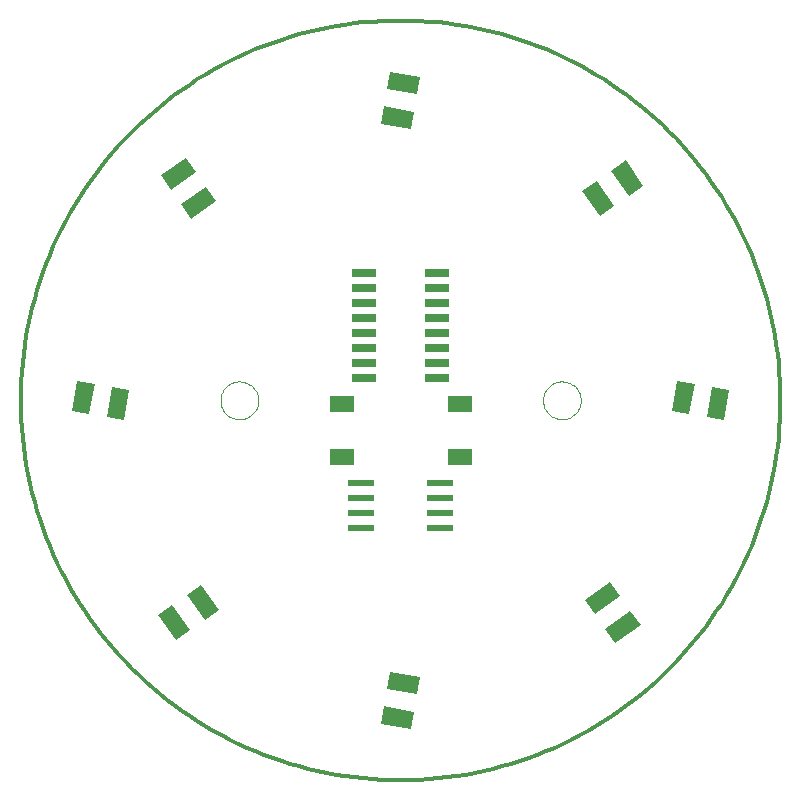
<source format=gtp>
G75*
%MOIN*%
%OFA0B0*%
%FSLAX24Y24*%
%IPPOS*%
%LPD*%
%AMOC8*
5,1,8,0,0,1.08239X$1,22.5*
%
%ADD10C,0.0120*%
%ADD11C,0.0000*%
%ADD12R,0.0900X0.0236*%
%ADD13R,0.0800X0.0260*%
%ADD14R,0.1024X0.0591*%
%ADD15R,0.0827X0.0551*%
D10*
X000160Y012910D02*
X000164Y013221D01*
X000175Y013531D01*
X000194Y013841D01*
X000221Y014151D01*
X000255Y014460D01*
X000297Y014767D01*
X000346Y015074D01*
X000403Y015380D01*
X000468Y015684D01*
X000539Y015986D01*
X000619Y016286D01*
X000705Y016585D01*
X000799Y016881D01*
X000900Y017175D01*
X001008Y017466D01*
X001124Y017754D01*
X001246Y018040D01*
X001375Y018322D01*
X001512Y018602D01*
X001655Y018877D01*
X001805Y019150D01*
X001961Y019418D01*
X002124Y019683D01*
X002293Y019943D01*
X002469Y020199D01*
X002651Y020451D01*
X002839Y020698D01*
X003033Y020941D01*
X003233Y021179D01*
X003439Y021411D01*
X003651Y021639D01*
X003868Y021861D01*
X004090Y022078D01*
X004318Y022290D01*
X004550Y022496D01*
X004788Y022696D01*
X005031Y022890D01*
X005278Y023078D01*
X005530Y023260D01*
X005786Y023436D01*
X006046Y023605D01*
X006311Y023768D01*
X006579Y023924D01*
X006852Y024074D01*
X007127Y024217D01*
X007407Y024354D01*
X007689Y024483D01*
X007975Y024605D01*
X008263Y024721D01*
X008554Y024829D01*
X008848Y024930D01*
X009144Y025024D01*
X009443Y025110D01*
X009743Y025190D01*
X010045Y025261D01*
X010349Y025326D01*
X010655Y025383D01*
X010962Y025432D01*
X011269Y025474D01*
X011578Y025508D01*
X011888Y025535D01*
X012198Y025554D01*
X012508Y025565D01*
X012819Y025569D01*
X013130Y025565D01*
X013440Y025554D01*
X013750Y025535D01*
X014060Y025508D01*
X014369Y025474D01*
X014676Y025432D01*
X014983Y025383D01*
X015289Y025326D01*
X015593Y025261D01*
X015895Y025190D01*
X016195Y025110D01*
X016494Y025024D01*
X016790Y024930D01*
X017084Y024829D01*
X017375Y024721D01*
X017663Y024605D01*
X017949Y024483D01*
X018231Y024354D01*
X018511Y024217D01*
X018786Y024074D01*
X019059Y023924D01*
X019327Y023768D01*
X019592Y023605D01*
X019852Y023436D01*
X020108Y023260D01*
X020360Y023078D01*
X020607Y022890D01*
X020850Y022696D01*
X021088Y022496D01*
X021320Y022290D01*
X021548Y022078D01*
X021770Y021861D01*
X021987Y021639D01*
X022199Y021411D01*
X022405Y021179D01*
X022605Y020941D01*
X022799Y020698D01*
X022987Y020451D01*
X023169Y020199D01*
X023345Y019943D01*
X023514Y019683D01*
X023677Y019418D01*
X023833Y019150D01*
X023983Y018877D01*
X024126Y018602D01*
X024263Y018322D01*
X024392Y018040D01*
X024514Y017754D01*
X024630Y017466D01*
X024738Y017175D01*
X024839Y016881D01*
X024933Y016585D01*
X025019Y016286D01*
X025099Y015986D01*
X025170Y015684D01*
X025235Y015380D01*
X025292Y015074D01*
X025341Y014767D01*
X025383Y014460D01*
X025417Y014151D01*
X025444Y013841D01*
X025463Y013531D01*
X025474Y013221D01*
X025478Y012910D01*
X025474Y012599D01*
X025463Y012289D01*
X025444Y011979D01*
X025417Y011669D01*
X025383Y011360D01*
X025341Y011053D01*
X025292Y010746D01*
X025235Y010440D01*
X025170Y010136D01*
X025099Y009834D01*
X025019Y009534D01*
X024933Y009235D01*
X024839Y008939D01*
X024738Y008645D01*
X024630Y008354D01*
X024514Y008066D01*
X024392Y007780D01*
X024263Y007498D01*
X024126Y007218D01*
X023983Y006943D01*
X023833Y006670D01*
X023677Y006402D01*
X023514Y006137D01*
X023345Y005877D01*
X023169Y005621D01*
X022987Y005369D01*
X022799Y005122D01*
X022605Y004879D01*
X022405Y004641D01*
X022199Y004409D01*
X021987Y004181D01*
X021770Y003959D01*
X021548Y003742D01*
X021320Y003530D01*
X021088Y003324D01*
X020850Y003124D01*
X020607Y002930D01*
X020360Y002742D01*
X020108Y002560D01*
X019852Y002384D01*
X019592Y002215D01*
X019327Y002052D01*
X019059Y001896D01*
X018786Y001746D01*
X018511Y001603D01*
X018231Y001466D01*
X017949Y001337D01*
X017663Y001215D01*
X017375Y001099D01*
X017084Y000991D01*
X016790Y000890D01*
X016494Y000796D01*
X016195Y000710D01*
X015895Y000630D01*
X015593Y000559D01*
X015289Y000494D01*
X014983Y000437D01*
X014676Y000388D01*
X014369Y000346D01*
X014060Y000312D01*
X013750Y000285D01*
X013440Y000266D01*
X013130Y000255D01*
X012819Y000251D01*
X012508Y000255D01*
X012198Y000266D01*
X011888Y000285D01*
X011578Y000312D01*
X011269Y000346D01*
X010962Y000388D01*
X010655Y000437D01*
X010349Y000494D01*
X010045Y000559D01*
X009743Y000630D01*
X009443Y000710D01*
X009144Y000796D01*
X008848Y000890D01*
X008554Y000991D01*
X008263Y001099D01*
X007975Y001215D01*
X007689Y001337D01*
X007407Y001466D01*
X007127Y001603D01*
X006852Y001746D01*
X006579Y001896D01*
X006311Y002052D01*
X006046Y002215D01*
X005786Y002384D01*
X005530Y002560D01*
X005278Y002742D01*
X005031Y002930D01*
X004788Y003124D01*
X004550Y003324D01*
X004318Y003530D01*
X004090Y003742D01*
X003868Y003959D01*
X003651Y004181D01*
X003439Y004409D01*
X003233Y004641D01*
X003033Y004879D01*
X002839Y005122D01*
X002651Y005369D01*
X002469Y005621D01*
X002293Y005877D01*
X002124Y006137D01*
X001961Y006402D01*
X001805Y006670D01*
X001655Y006943D01*
X001512Y007218D01*
X001375Y007498D01*
X001246Y007780D01*
X001124Y008066D01*
X001008Y008354D01*
X000900Y008645D01*
X000799Y008939D01*
X000705Y009235D01*
X000619Y009534D01*
X000539Y009834D01*
X000468Y010136D01*
X000403Y010440D01*
X000346Y010746D01*
X000297Y011053D01*
X000255Y011360D01*
X000221Y011669D01*
X000194Y011979D01*
X000175Y012289D01*
X000164Y012599D01*
X000160Y012910D01*
D11*
X006814Y012910D02*
X006816Y012960D01*
X006822Y013010D01*
X006832Y013059D01*
X006846Y013107D01*
X006863Y013154D01*
X006884Y013199D01*
X006909Y013243D01*
X006937Y013284D01*
X006969Y013323D01*
X007003Y013360D01*
X007040Y013394D01*
X007080Y013424D01*
X007122Y013451D01*
X007166Y013475D01*
X007212Y013496D01*
X007259Y013512D01*
X007307Y013525D01*
X007357Y013534D01*
X007406Y013539D01*
X007457Y013540D01*
X007507Y013537D01*
X007556Y013530D01*
X007605Y013519D01*
X007653Y013504D01*
X007699Y013486D01*
X007744Y013464D01*
X007787Y013438D01*
X007828Y013409D01*
X007867Y013377D01*
X007903Y013342D01*
X007935Y013304D01*
X007965Y013264D01*
X007992Y013221D01*
X008015Y013177D01*
X008034Y013131D01*
X008050Y013083D01*
X008062Y013034D01*
X008070Y012985D01*
X008074Y012935D01*
X008074Y012885D01*
X008070Y012835D01*
X008062Y012786D01*
X008050Y012737D01*
X008034Y012689D01*
X008015Y012643D01*
X007992Y012599D01*
X007965Y012556D01*
X007935Y012516D01*
X007903Y012478D01*
X007867Y012443D01*
X007828Y012411D01*
X007787Y012382D01*
X007744Y012356D01*
X007699Y012334D01*
X007653Y012316D01*
X007605Y012301D01*
X007556Y012290D01*
X007507Y012283D01*
X007457Y012280D01*
X007406Y012281D01*
X007357Y012286D01*
X007307Y012295D01*
X007259Y012308D01*
X007212Y012324D01*
X007166Y012345D01*
X007122Y012369D01*
X007080Y012396D01*
X007040Y012426D01*
X007003Y012460D01*
X006969Y012497D01*
X006937Y012536D01*
X006909Y012577D01*
X006884Y012621D01*
X006863Y012666D01*
X006846Y012713D01*
X006832Y012761D01*
X006822Y012810D01*
X006816Y012860D01*
X006814Y012910D01*
X017564Y012910D02*
X017566Y012960D01*
X017572Y013010D01*
X017582Y013059D01*
X017596Y013107D01*
X017613Y013154D01*
X017634Y013199D01*
X017659Y013243D01*
X017687Y013284D01*
X017719Y013323D01*
X017753Y013360D01*
X017790Y013394D01*
X017830Y013424D01*
X017872Y013451D01*
X017916Y013475D01*
X017962Y013496D01*
X018009Y013512D01*
X018057Y013525D01*
X018107Y013534D01*
X018156Y013539D01*
X018207Y013540D01*
X018257Y013537D01*
X018306Y013530D01*
X018355Y013519D01*
X018403Y013504D01*
X018449Y013486D01*
X018494Y013464D01*
X018537Y013438D01*
X018578Y013409D01*
X018617Y013377D01*
X018653Y013342D01*
X018685Y013304D01*
X018715Y013264D01*
X018742Y013221D01*
X018765Y013177D01*
X018784Y013131D01*
X018800Y013083D01*
X018812Y013034D01*
X018820Y012985D01*
X018824Y012935D01*
X018824Y012885D01*
X018820Y012835D01*
X018812Y012786D01*
X018800Y012737D01*
X018784Y012689D01*
X018765Y012643D01*
X018742Y012599D01*
X018715Y012556D01*
X018685Y012516D01*
X018653Y012478D01*
X018617Y012443D01*
X018578Y012411D01*
X018537Y012382D01*
X018494Y012356D01*
X018449Y012334D01*
X018403Y012316D01*
X018355Y012301D01*
X018306Y012290D01*
X018257Y012283D01*
X018207Y012280D01*
X018156Y012281D01*
X018107Y012286D01*
X018057Y012295D01*
X018009Y012308D01*
X017962Y012324D01*
X017916Y012345D01*
X017872Y012369D01*
X017830Y012396D01*
X017790Y012426D01*
X017753Y012460D01*
X017719Y012497D01*
X017687Y012536D01*
X017659Y012577D01*
X017634Y012621D01*
X017613Y012666D01*
X017596Y012713D01*
X017582Y012761D01*
X017572Y012810D01*
X017566Y012860D01*
X017564Y012910D01*
D12*
X014130Y010160D03*
X014130Y009660D03*
X014130Y009160D03*
X014130Y008660D03*
X011508Y008660D03*
X011508Y009160D03*
X011508Y009660D03*
X011508Y010160D03*
D13*
X011609Y013660D03*
X011609Y014160D03*
X011609Y014660D03*
X011609Y015160D03*
X011609Y015660D03*
X011609Y016160D03*
X011609Y016660D03*
X011609Y017160D03*
X014029Y017160D03*
X014029Y016660D03*
X014029Y016160D03*
X014029Y015660D03*
X014029Y015160D03*
X014029Y014660D03*
X014029Y014160D03*
X014029Y013660D03*
D14*
G36*
X005212Y006088D02*
X005799Y005250D01*
X005316Y004912D01*
X004729Y005750D01*
X005212Y006088D01*
G37*
G36*
X006180Y006766D02*
X006767Y005928D01*
X006284Y005590D01*
X005697Y006428D01*
X006180Y006766D01*
G37*
G36*
X003780Y013259D02*
X003602Y012252D01*
X003022Y012355D01*
X003200Y013362D01*
X003780Y013259D01*
G37*
G36*
X002616Y013465D02*
X002438Y012458D01*
X001858Y012561D01*
X002036Y013568D01*
X002616Y013465D01*
G37*
G36*
X006675Y019549D02*
X005837Y018962D01*
X005499Y019445D01*
X006337Y020032D01*
X006675Y019549D01*
G37*
G36*
X005997Y020517D02*
X005159Y019930D01*
X004821Y020413D01*
X005659Y021000D01*
X005997Y020517D01*
G37*
G36*
X013168Y021949D02*
X012161Y022127D01*
X012264Y022707D01*
X013271Y022529D01*
X013168Y021949D01*
G37*
G36*
X013374Y023113D02*
X012367Y023291D01*
X012470Y023871D01*
X013477Y023693D01*
X013374Y023113D01*
G37*
G36*
X019458Y019054D02*
X018871Y019892D01*
X019354Y020230D01*
X019941Y019392D01*
X019458Y019054D01*
G37*
G36*
X020426Y019732D02*
X019839Y020570D01*
X020322Y020908D01*
X020909Y020070D01*
X020426Y019732D01*
G37*
G36*
X021858Y012561D02*
X022036Y013568D01*
X022616Y013465D01*
X022438Y012458D01*
X021858Y012561D01*
G37*
G36*
X023022Y012355D02*
X023200Y013362D01*
X023780Y013259D01*
X023602Y012252D01*
X023022Y012355D01*
G37*
G36*
X018963Y006271D02*
X019801Y006858D01*
X020139Y006375D01*
X019301Y005788D01*
X018963Y006271D01*
G37*
G36*
X019641Y005303D02*
X020479Y005890D01*
X020817Y005407D01*
X019979Y004820D01*
X019641Y005303D01*
G37*
G36*
X012470Y003871D02*
X013477Y003693D01*
X013374Y003113D01*
X012367Y003291D01*
X012470Y003871D01*
G37*
G36*
X012264Y002707D02*
X013271Y002529D01*
X013168Y001949D01*
X012161Y002127D01*
X012264Y002707D01*
G37*
D15*
X010850Y011024D03*
X010850Y012796D03*
X014787Y012796D03*
X014787Y011024D03*
M02*

</source>
